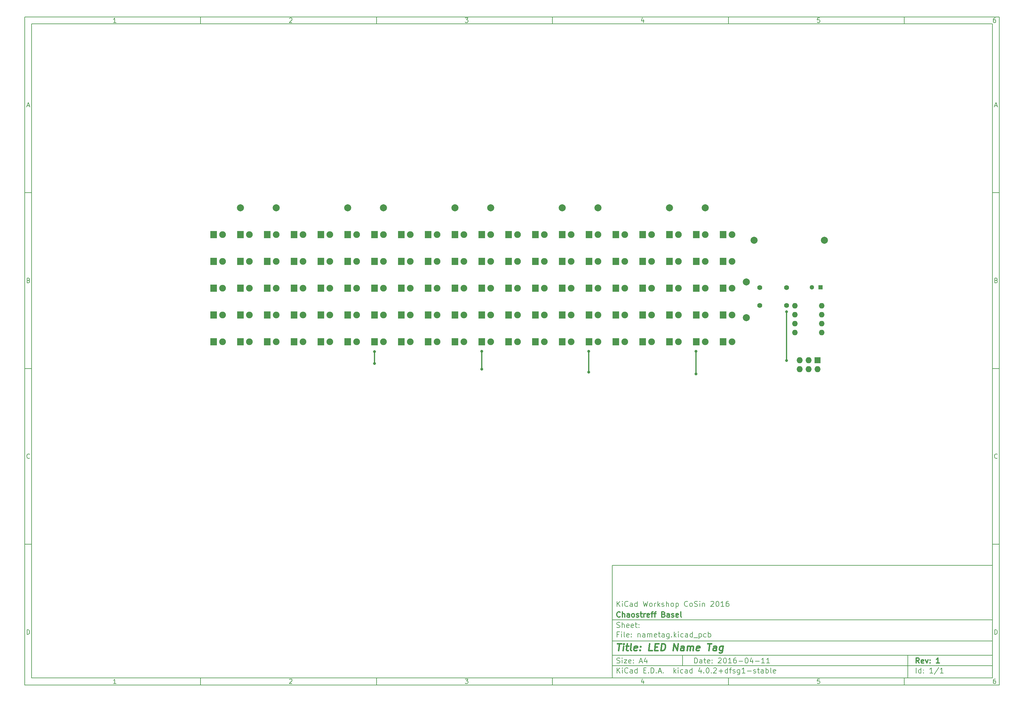
<source format=gbr>
G04 #@! TF.FileFunction,Copper,L1,Top,Signal*
%FSLAX46Y46*%
G04 Gerber Fmt 4.6, Leading zero omitted, Abs format (unit mm)*
G04 Created by KiCad (PCBNEW 4.0.2+dfsg1-stable) date Fri 10 Jun 2016 09:08:50 CEST*
%MOMM*%
G01*
G04 APERTURE LIST*
%ADD10C,0.100000*%
%ADD11C,0.150000*%
%ADD12C,0.300000*%
%ADD13C,0.400000*%
%ADD14R,1.900000X2.000000*%
%ADD15C,1.900000*%
%ADD16C,2.000000*%
%ADD17R,1.300000X1.300000*%
%ADD18C,1.300000*%
%ADD19R,1.727200X1.727200*%
%ADD20O,1.727200X1.727200*%
%ADD21C,1.998980*%
%ADD22O,1.600000X1.600000*%
%ADD23C,1.397000*%
%ADD24C,0.800000*%
G04 APERTURE END LIST*
D10*
D11*
X177002200Y-166007200D02*
X177002200Y-198007200D01*
X285002200Y-198007200D01*
X285002200Y-166007200D01*
X177002200Y-166007200D01*
D10*
D11*
X10000000Y-10000000D02*
X10000000Y-200007200D01*
X287002200Y-200007200D01*
X287002200Y-10000000D01*
X10000000Y-10000000D01*
D10*
D11*
X12000000Y-12000000D02*
X12000000Y-198007200D01*
X285002200Y-198007200D01*
X285002200Y-12000000D01*
X12000000Y-12000000D01*
D10*
D11*
X60000000Y-12000000D02*
X60000000Y-10000000D01*
D10*
D11*
X110000000Y-12000000D02*
X110000000Y-10000000D01*
D10*
D11*
X160000000Y-12000000D02*
X160000000Y-10000000D01*
D10*
D11*
X210000000Y-12000000D02*
X210000000Y-10000000D01*
D10*
D11*
X260000000Y-12000000D02*
X260000000Y-10000000D01*
D10*
D11*
X35990476Y-11588095D02*
X35247619Y-11588095D01*
X35619048Y-11588095D02*
X35619048Y-10288095D01*
X35495238Y-10473810D01*
X35371429Y-10597619D01*
X35247619Y-10659524D01*
D10*
D11*
X85247619Y-10411905D02*
X85309524Y-10350000D01*
X85433333Y-10288095D01*
X85742857Y-10288095D01*
X85866667Y-10350000D01*
X85928571Y-10411905D01*
X85990476Y-10535714D01*
X85990476Y-10659524D01*
X85928571Y-10845238D01*
X85185714Y-11588095D01*
X85990476Y-11588095D01*
D10*
D11*
X135185714Y-10288095D02*
X135990476Y-10288095D01*
X135557143Y-10783333D01*
X135742857Y-10783333D01*
X135866667Y-10845238D01*
X135928571Y-10907143D01*
X135990476Y-11030952D01*
X135990476Y-11340476D01*
X135928571Y-11464286D01*
X135866667Y-11526190D01*
X135742857Y-11588095D01*
X135371429Y-11588095D01*
X135247619Y-11526190D01*
X135185714Y-11464286D01*
D10*
D11*
X185866667Y-10721429D02*
X185866667Y-11588095D01*
X185557143Y-10226190D02*
X185247619Y-11154762D01*
X186052381Y-11154762D01*
D10*
D11*
X235928571Y-10288095D02*
X235309524Y-10288095D01*
X235247619Y-10907143D01*
X235309524Y-10845238D01*
X235433333Y-10783333D01*
X235742857Y-10783333D01*
X235866667Y-10845238D01*
X235928571Y-10907143D01*
X235990476Y-11030952D01*
X235990476Y-11340476D01*
X235928571Y-11464286D01*
X235866667Y-11526190D01*
X235742857Y-11588095D01*
X235433333Y-11588095D01*
X235309524Y-11526190D01*
X235247619Y-11464286D01*
D10*
D11*
X285866667Y-10288095D02*
X285619048Y-10288095D01*
X285495238Y-10350000D01*
X285433333Y-10411905D01*
X285309524Y-10597619D01*
X285247619Y-10845238D01*
X285247619Y-11340476D01*
X285309524Y-11464286D01*
X285371429Y-11526190D01*
X285495238Y-11588095D01*
X285742857Y-11588095D01*
X285866667Y-11526190D01*
X285928571Y-11464286D01*
X285990476Y-11340476D01*
X285990476Y-11030952D01*
X285928571Y-10907143D01*
X285866667Y-10845238D01*
X285742857Y-10783333D01*
X285495238Y-10783333D01*
X285371429Y-10845238D01*
X285309524Y-10907143D01*
X285247619Y-11030952D01*
D10*
D11*
X60000000Y-198007200D02*
X60000000Y-200007200D01*
D10*
D11*
X110000000Y-198007200D02*
X110000000Y-200007200D01*
D10*
D11*
X160000000Y-198007200D02*
X160000000Y-200007200D01*
D10*
D11*
X210000000Y-198007200D02*
X210000000Y-200007200D01*
D10*
D11*
X260000000Y-198007200D02*
X260000000Y-200007200D01*
D10*
D11*
X35990476Y-199595295D02*
X35247619Y-199595295D01*
X35619048Y-199595295D02*
X35619048Y-198295295D01*
X35495238Y-198481010D01*
X35371429Y-198604819D01*
X35247619Y-198666724D01*
D10*
D11*
X85247619Y-198419105D02*
X85309524Y-198357200D01*
X85433333Y-198295295D01*
X85742857Y-198295295D01*
X85866667Y-198357200D01*
X85928571Y-198419105D01*
X85990476Y-198542914D01*
X85990476Y-198666724D01*
X85928571Y-198852438D01*
X85185714Y-199595295D01*
X85990476Y-199595295D01*
D10*
D11*
X135185714Y-198295295D02*
X135990476Y-198295295D01*
X135557143Y-198790533D01*
X135742857Y-198790533D01*
X135866667Y-198852438D01*
X135928571Y-198914343D01*
X135990476Y-199038152D01*
X135990476Y-199347676D01*
X135928571Y-199471486D01*
X135866667Y-199533390D01*
X135742857Y-199595295D01*
X135371429Y-199595295D01*
X135247619Y-199533390D01*
X135185714Y-199471486D01*
D10*
D11*
X185866667Y-198728629D02*
X185866667Y-199595295D01*
X185557143Y-198233390D02*
X185247619Y-199161962D01*
X186052381Y-199161962D01*
D10*
D11*
X235928571Y-198295295D02*
X235309524Y-198295295D01*
X235247619Y-198914343D01*
X235309524Y-198852438D01*
X235433333Y-198790533D01*
X235742857Y-198790533D01*
X235866667Y-198852438D01*
X235928571Y-198914343D01*
X235990476Y-199038152D01*
X235990476Y-199347676D01*
X235928571Y-199471486D01*
X235866667Y-199533390D01*
X235742857Y-199595295D01*
X235433333Y-199595295D01*
X235309524Y-199533390D01*
X235247619Y-199471486D01*
D10*
D11*
X285866667Y-198295295D02*
X285619048Y-198295295D01*
X285495238Y-198357200D01*
X285433333Y-198419105D01*
X285309524Y-198604819D01*
X285247619Y-198852438D01*
X285247619Y-199347676D01*
X285309524Y-199471486D01*
X285371429Y-199533390D01*
X285495238Y-199595295D01*
X285742857Y-199595295D01*
X285866667Y-199533390D01*
X285928571Y-199471486D01*
X285990476Y-199347676D01*
X285990476Y-199038152D01*
X285928571Y-198914343D01*
X285866667Y-198852438D01*
X285742857Y-198790533D01*
X285495238Y-198790533D01*
X285371429Y-198852438D01*
X285309524Y-198914343D01*
X285247619Y-199038152D01*
D10*
D11*
X10000000Y-60000000D02*
X12000000Y-60000000D01*
D10*
D11*
X10000000Y-110000000D02*
X12000000Y-110000000D01*
D10*
D11*
X10000000Y-160000000D02*
X12000000Y-160000000D01*
D10*
D11*
X10690476Y-35216667D02*
X11309524Y-35216667D01*
X10566667Y-35588095D02*
X11000000Y-34288095D01*
X11433333Y-35588095D01*
D10*
D11*
X11092857Y-84907143D02*
X11278571Y-84969048D01*
X11340476Y-85030952D01*
X11402381Y-85154762D01*
X11402381Y-85340476D01*
X11340476Y-85464286D01*
X11278571Y-85526190D01*
X11154762Y-85588095D01*
X10659524Y-85588095D01*
X10659524Y-84288095D01*
X11092857Y-84288095D01*
X11216667Y-84350000D01*
X11278571Y-84411905D01*
X11340476Y-84535714D01*
X11340476Y-84659524D01*
X11278571Y-84783333D01*
X11216667Y-84845238D01*
X11092857Y-84907143D01*
X10659524Y-84907143D01*
D10*
D11*
X11402381Y-135464286D02*
X11340476Y-135526190D01*
X11154762Y-135588095D01*
X11030952Y-135588095D01*
X10845238Y-135526190D01*
X10721429Y-135402381D01*
X10659524Y-135278571D01*
X10597619Y-135030952D01*
X10597619Y-134845238D01*
X10659524Y-134597619D01*
X10721429Y-134473810D01*
X10845238Y-134350000D01*
X11030952Y-134288095D01*
X11154762Y-134288095D01*
X11340476Y-134350000D01*
X11402381Y-134411905D01*
D10*
D11*
X10659524Y-185588095D02*
X10659524Y-184288095D01*
X10969048Y-184288095D01*
X11154762Y-184350000D01*
X11278571Y-184473810D01*
X11340476Y-184597619D01*
X11402381Y-184845238D01*
X11402381Y-185030952D01*
X11340476Y-185278571D01*
X11278571Y-185402381D01*
X11154762Y-185526190D01*
X10969048Y-185588095D01*
X10659524Y-185588095D01*
D10*
D11*
X287002200Y-60000000D02*
X285002200Y-60000000D01*
D10*
D11*
X287002200Y-110000000D02*
X285002200Y-110000000D01*
D10*
D11*
X287002200Y-160000000D02*
X285002200Y-160000000D01*
D10*
D11*
X285692676Y-35216667D02*
X286311724Y-35216667D01*
X285568867Y-35588095D02*
X286002200Y-34288095D01*
X286435533Y-35588095D01*
D10*
D11*
X286095057Y-84907143D02*
X286280771Y-84969048D01*
X286342676Y-85030952D01*
X286404581Y-85154762D01*
X286404581Y-85340476D01*
X286342676Y-85464286D01*
X286280771Y-85526190D01*
X286156962Y-85588095D01*
X285661724Y-85588095D01*
X285661724Y-84288095D01*
X286095057Y-84288095D01*
X286218867Y-84350000D01*
X286280771Y-84411905D01*
X286342676Y-84535714D01*
X286342676Y-84659524D01*
X286280771Y-84783333D01*
X286218867Y-84845238D01*
X286095057Y-84907143D01*
X285661724Y-84907143D01*
D10*
D11*
X286404581Y-135464286D02*
X286342676Y-135526190D01*
X286156962Y-135588095D01*
X286033152Y-135588095D01*
X285847438Y-135526190D01*
X285723629Y-135402381D01*
X285661724Y-135278571D01*
X285599819Y-135030952D01*
X285599819Y-134845238D01*
X285661724Y-134597619D01*
X285723629Y-134473810D01*
X285847438Y-134350000D01*
X286033152Y-134288095D01*
X286156962Y-134288095D01*
X286342676Y-134350000D01*
X286404581Y-134411905D01*
D10*
D11*
X285661724Y-185588095D02*
X285661724Y-184288095D01*
X285971248Y-184288095D01*
X286156962Y-184350000D01*
X286280771Y-184473810D01*
X286342676Y-184597619D01*
X286404581Y-184845238D01*
X286404581Y-185030952D01*
X286342676Y-185278571D01*
X286280771Y-185402381D01*
X286156962Y-185526190D01*
X285971248Y-185588095D01*
X285661724Y-185588095D01*
D10*
D11*
X200359343Y-193785771D02*
X200359343Y-192285771D01*
X200716486Y-192285771D01*
X200930771Y-192357200D01*
X201073629Y-192500057D01*
X201145057Y-192642914D01*
X201216486Y-192928629D01*
X201216486Y-193142914D01*
X201145057Y-193428629D01*
X201073629Y-193571486D01*
X200930771Y-193714343D01*
X200716486Y-193785771D01*
X200359343Y-193785771D01*
X202502200Y-193785771D02*
X202502200Y-193000057D01*
X202430771Y-192857200D01*
X202287914Y-192785771D01*
X202002200Y-192785771D01*
X201859343Y-192857200D01*
X202502200Y-193714343D02*
X202359343Y-193785771D01*
X202002200Y-193785771D01*
X201859343Y-193714343D01*
X201787914Y-193571486D01*
X201787914Y-193428629D01*
X201859343Y-193285771D01*
X202002200Y-193214343D01*
X202359343Y-193214343D01*
X202502200Y-193142914D01*
X203002200Y-192785771D02*
X203573629Y-192785771D01*
X203216486Y-192285771D02*
X203216486Y-193571486D01*
X203287914Y-193714343D01*
X203430772Y-193785771D01*
X203573629Y-193785771D01*
X204645057Y-193714343D02*
X204502200Y-193785771D01*
X204216486Y-193785771D01*
X204073629Y-193714343D01*
X204002200Y-193571486D01*
X204002200Y-193000057D01*
X204073629Y-192857200D01*
X204216486Y-192785771D01*
X204502200Y-192785771D01*
X204645057Y-192857200D01*
X204716486Y-193000057D01*
X204716486Y-193142914D01*
X204002200Y-193285771D01*
X205359343Y-193642914D02*
X205430771Y-193714343D01*
X205359343Y-193785771D01*
X205287914Y-193714343D01*
X205359343Y-193642914D01*
X205359343Y-193785771D01*
X205359343Y-192857200D02*
X205430771Y-192928629D01*
X205359343Y-193000057D01*
X205287914Y-192928629D01*
X205359343Y-192857200D01*
X205359343Y-193000057D01*
X207145057Y-192428629D02*
X207216486Y-192357200D01*
X207359343Y-192285771D01*
X207716486Y-192285771D01*
X207859343Y-192357200D01*
X207930772Y-192428629D01*
X208002200Y-192571486D01*
X208002200Y-192714343D01*
X207930772Y-192928629D01*
X207073629Y-193785771D01*
X208002200Y-193785771D01*
X208930771Y-192285771D02*
X209073628Y-192285771D01*
X209216485Y-192357200D01*
X209287914Y-192428629D01*
X209359343Y-192571486D01*
X209430771Y-192857200D01*
X209430771Y-193214343D01*
X209359343Y-193500057D01*
X209287914Y-193642914D01*
X209216485Y-193714343D01*
X209073628Y-193785771D01*
X208930771Y-193785771D01*
X208787914Y-193714343D01*
X208716485Y-193642914D01*
X208645057Y-193500057D01*
X208573628Y-193214343D01*
X208573628Y-192857200D01*
X208645057Y-192571486D01*
X208716485Y-192428629D01*
X208787914Y-192357200D01*
X208930771Y-192285771D01*
X210859342Y-193785771D02*
X210002199Y-193785771D01*
X210430771Y-193785771D02*
X210430771Y-192285771D01*
X210287914Y-192500057D01*
X210145056Y-192642914D01*
X210002199Y-192714343D01*
X212145056Y-192285771D02*
X211859342Y-192285771D01*
X211716485Y-192357200D01*
X211645056Y-192428629D01*
X211502199Y-192642914D01*
X211430770Y-192928629D01*
X211430770Y-193500057D01*
X211502199Y-193642914D01*
X211573627Y-193714343D01*
X211716485Y-193785771D01*
X212002199Y-193785771D01*
X212145056Y-193714343D01*
X212216485Y-193642914D01*
X212287913Y-193500057D01*
X212287913Y-193142914D01*
X212216485Y-193000057D01*
X212145056Y-192928629D01*
X212002199Y-192857200D01*
X211716485Y-192857200D01*
X211573627Y-192928629D01*
X211502199Y-193000057D01*
X211430770Y-193142914D01*
X212930770Y-193214343D02*
X214073627Y-193214343D01*
X215073627Y-192285771D02*
X215216484Y-192285771D01*
X215359341Y-192357200D01*
X215430770Y-192428629D01*
X215502199Y-192571486D01*
X215573627Y-192857200D01*
X215573627Y-193214343D01*
X215502199Y-193500057D01*
X215430770Y-193642914D01*
X215359341Y-193714343D01*
X215216484Y-193785771D01*
X215073627Y-193785771D01*
X214930770Y-193714343D01*
X214859341Y-193642914D01*
X214787913Y-193500057D01*
X214716484Y-193214343D01*
X214716484Y-192857200D01*
X214787913Y-192571486D01*
X214859341Y-192428629D01*
X214930770Y-192357200D01*
X215073627Y-192285771D01*
X216859341Y-192785771D02*
X216859341Y-193785771D01*
X216502198Y-192214343D02*
X216145055Y-193285771D01*
X217073627Y-193285771D01*
X217645055Y-193214343D02*
X218787912Y-193214343D01*
X220287912Y-193785771D02*
X219430769Y-193785771D01*
X219859341Y-193785771D02*
X219859341Y-192285771D01*
X219716484Y-192500057D01*
X219573626Y-192642914D01*
X219430769Y-192714343D01*
X221716483Y-193785771D02*
X220859340Y-193785771D01*
X221287912Y-193785771D02*
X221287912Y-192285771D01*
X221145055Y-192500057D01*
X221002197Y-192642914D01*
X220859340Y-192714343D01*
D10*
D11*
X177002200Y-194507200D02*
X285002200Y-194507200D01*
D10*
D11*
X178359343Y-196585771D02*
X178359343Y-195085771D01*
X179216486Y-196585771D02*
X178573629Y-195728629D01*
X179216486Y-195085771D02*
X178359343Y-195942914D01*
X179859343Y-196585771D02*
X179859343Y-195585771D01*
X179859343Y-195085771D02*
X179787914Y-195157200D01*
X179859343Y-195228629D01*
X179930771Y-195157200D01*
X179859343Y-195085771D01*
X179859343Y-195228629D01*
X181430772Y-196442914D02*
X181359343Y-196514343D01*
X181145057Y-196585771D01*
X181002200Y-196585771D01*
X180787915Y-196514343D01*
X180645057Y-196371486D01*
X180573629Y-196228629D01*
X180502200Y-195942914D01*
X180502200Y-195728629D01*
X180573629Y-195442914D01*
X180645057Y-195300057D01*
X180787915Y-195157200D01*
X181002200Y-195085771D01*
X181145057Y-195085771D01*
X181359343Y-195157200D01*
X181430772Y-195228629D01*
X182716486Y-196585771D02*
X182716486Y-195800057D01*
X182645057Y-195657200D01*
X182502200Y-195585771D01*
X182216486Y-195585771D01*
X182073629Y-195657200D01*
X182716486Y-196514343D02*
X182573629Y-196585771D01*
X182216486Y-196585771D01*
X182073629Y-196514343D01*
X182002200Y-196371486D01*
X182002200Y-196228629D01*
X182073629Y-196085771D01*
X182216486Y-196014343D01*
X182573629Y-196014343D01*
X182716486Y-195942914D01*
X184073629Y-196585771D02*
X184073629Y-195085771D01*
X184073629Y-196514343D02*
X183930772Y-196585771D01*
X183645058Y-196585771D01*
X183502200Y-196514343D01*
X183430772Y-196442914D01*
X183359343Y-196300057D01*
X183359343Y-195871486D01*
X183430772Y-195728629D01*
X183502200Y-195657200D01*
X183645058Y-195585771D01*
X183930772Y-195585771D01*
X184073629Y-195657200D01*
X185930772Y-195800057D02*
X186430772Y-195800057D01*
X186645058Y-196585771D02*
X185930772Y-196585771D01*
X185930772Y-195085771D01*
X186645058Y-195085771D01*
X187287915Y-196442914D02*
X187359343Y-196514343D01*
X187287915Y-196585771D01*
X187216486Y-196514343D01*
X187287915Y-196442914D01*
X187287915Y-196585771D01*
X188002201Y-196585771D02*
X188002201Y-195085771D01*
X188359344Y-195085771D01*
X188573629Y-195157200D01*
X188716487Y-195300057D01*
X188787915Y-195442914D01*
X188859344Y-195728629D01*
X188859344Y-195942914D01*
X188787915Y-196228629D01*
X188716487Y-196371486D01*
X188573629Y-196514343D01*
X188359344Y-196585771D01*
X188002201Y-196585771D01*
X189502201Y-196442914D02*
X189573629Y-196514343D01*
X189502201Y-196585771D01*
X189430772Y-196514343D01*
X189502201Y-196442914D01*
X189502201Y-196585771D01*
X190145058Y-196157200D02*
X190859344Y-196157200D01*
X190002201Y-196585771D02*
X190502201Y-195085771D01*
X191002201Y-196585771D01*
X191502201Y-196442914D02*
X191573629Y-196514343D01*
X191502201Y-196585771D01*
X191430772Y-196514343D01*
X191502201Y-196442914D01*
X191502201Y-196585771D01*
X194502201Y-196585771D02*
X194502201Y-195085771D01*
X194645058Y-196014343D02*
X195073629Y-196585771D01*
X195073629Y-195585771D02*
X194502201Y-196157200D01*
X195716487Y-196585771D02*
X195716487Y-195585771D01*
X195716487Y-195085771D02*
X195645058Y-195157200D01*
X195716487Y-195228629D01*
X195787915Y-195157200D01*
X195716487Y-195085771D01*
X195716487Y-195228629D01*
X197073630Y-196514343D02*
X196930773Y-196585771D01*
X196645059Y-196585771D01*
X196502201Y-196514343D01*
X196430773Y-196442914D01*
X196359344Y-196300057D01*
X196359344Y-195871486D01*
X196430773Y-195728629D01*
X196502201Y-195657200D01*
X196645059Y-195585771D01*
X196930773Y-195585771D01*
X197073630Y-195657200D01*
X198359344Y-196585771D02*
X198359344Y-195800057D01*
X198287915Y-195657200D01*
X198145058Y-195585771D01*
X197859344Y-195585771D01*
X197716487Y-195657200D01*
X198359344Y-196514343D02*
X198216487Y-196585771D01*
X197859344Y-196585771D01*
X197716487Y-196514343D01*
X197645058Y-196371486D01*
X197645058Y-196228629D01*
X197716487Y-196085771D01*
X197859344Y-196014343D01*
X198216487Y-196014343D01*
X198359344Y-195942914D01*
X199716487Y-196585771D02*
X199716487Y-195085771D01*
X199716487Y-196514343D02*
X199573630Y-196585771D01*
X199287916Y-196585771D01*
X199145058Y-196514343D01*
X199073630Y-196442914D01*
X199002201Y-196300057D01*
X199002201Y-195871486D01*
X199073630Y-195728629D01*
X199145058Y-195657200D01*
X199287916Y-195585771D01*
X199573630Y-195585771D01*
X199716487Y-195657200D01*
X202216487Y-195585771D02*
X202216487Y-196585771D01*
X201859344Y-195014343D02*
X201502201Y-196085771D01*
X202430773Y-196085771D01*
X203002201Y-196442914D02*
X203073629Y-196514343D01*
X203002201Y-196585771D01*
X202930772Y-196514343D01*
X203002201Y-196442914D01*
X203002201Y-196585771D01*
X204002201Y-195085771D02*
X204145058Y-195085771D01*
X204287915Y-195157200D01*
X204359344Y-195228629D01*
X204430773Y-195371486D01*
X204502201Y-195657200D01*
X204502201Y-196014343D01*
X204430773Y-196300057D01*
X204359344Y-196442914D01*
X204287915Y-196514343D01*
X204145058Y-196585771D01*
X204002201Y-196585771D01*
X203859344Y-196514343D01*
X203787915Y-196442914D01*
X203716487Y-196300057D01*
X203645058Y-196014343D01*
X203645058Y-195657200D01*
X203716487Y-195371486D01*
X203787915Y-195228629D01*
X203859344Y-195157200D01*
X204002201Y-195085771D01*
X205145058Y-196442914D02*
X205216486Y-196514343D01*
X205145058Y-196585771D01*
X205073629Y-196514343D01*
X205145058Y-196442914D01*
X205145058Y-196585771D01*
X205787915Y-195228629D02*
X205859344Y-195157200D01*
X206002201Y-195085771D01*
X206359344Y-195085771D01*
X206502201Y-195157200D01*
X206573630Y-195228629D01*
X206645058Y-195371486D01*
X206645058Y-195514343D01*
X206573630Y-195728629D01*
X205716487Y-196585771D01*
X206645058Y-196585771D01*
X207287915Y-196014343D02*
X208430772Y-196014343D01*
X207859343Y-196585771D02*
X207859343Y-195442914D01*
X209787915Y-196585771D02*
X209787915Y-195085771D01*
X209787915Y-196514343D02*
X209645058Y-196585771D01*
X209359344Y-196585771D01*
X209216486Y-196514343D01*
X209145058Y-196442914D01*
X209073629Y-196300057D01*
X209073629Y-195871486D01*
X209145058Y-195728629D01*
X209216486Y-195657200D01*
X209359344Y-195585771D01*
X209645058Y-195585771D01*
X209787915Y-195657200D01*
X210287915Y-195585771D02*
X210859344Y-195585771D01*
X210502201Y-196585771D02*
X210502201Y-195300057D01*
X210573629Y-195157200D01*
X210716487Y-195085771D01*
X210859344Y-195085771D01*
X211287915Y-196514343D02*
X211430772Y-196585771D01*
X211716487Y-196585771D01*
X211859344Y-196514343D01*
X211930772Y-196371486D01*
X211930772Y-196300057D01*
X211859344Y-196157200D01*
X211716487Y-196085771D01*
X211502201Y-196085771D01*
X211359344Y-196014343D01*
X211287915Y-195871486D01*
X211287915Y-195800057D01*
X211359344Y-195657200D01*
X211502201Y-195585771D01*
X211716487Y-195585771D01*
X211859344Y-195657200D01*
X213216487Y-195585771D02*
X213216487Y-196800057D01*
X213145058Y-196942914D01*
X213073630Y-197014343D01*
X212930773Y-197085771D01*
X212716487Y-197085771D01*
X212573630Y-197014343D01*
X213216487Y-196514343D02*
X213073630Y-196585771D01*
X212787916Y-196585771D01*
X212645058Y-196514343D01*
X212573630Y-196442914D01*
X212502201Y-196300057D01*
X212502201Y-195871486D01*
X212573630Y-195728629D01*
X212645058Y-195657200D01*
X212787916Y-195585771D01*
X213073630Y-195585771D01*
X213216487Y-195657200D01*
X214716487Y-196585771D02*
X213859344Y-196585771D01*
X214287916Y-196585771D02*
X214287916Y-195085771D01*
X214145059Y-195300057D01*
X214002201Y-195442914D01*
X213859344Y-195514343D01*
X215359344Y-196014343D02*
X216502201Y-196014343D01*
X217145058Y-196514343D02*
X217287915Y-196585771D01*
X217573630Y-196585771D01*
X217716487Y-196514343D01*
X217787915Y-196371486D01*
X217787915Y-196300057D01*
X217716487Y-196157200D01*
X217573630Y-196085771D01*
X217359344Y-196085771D01*
X217216487Y-196014343D01*
X217145058Y-195871486D01*
X217145058Y-195800057D01*
X217216487Y-195657200D01*
X217359344Y-195585771D01*
X217573630Y-195585771D01*
X217716487Y-195657200D01*
X218216487Y-195585771D02*
X218787916Y-195585771D01*
X218430773Y-195085771D02*
X218430773Y-196371486D01*
X218502201Y-196514343D01*
X218645059Y-196585771D01*
X218787916Y-196585771D01*
X219930773Y-196585771D02*
X219930773Y-195800057D01*
X219859344Y-195657200D01*
X219716487Y-195585771D01*
X219430773Y-195585771D01*
X219287916Y-195657200D01*
X219930773Y-196514343D02*
X219787916Y-196585771D01*
X219430773Y-196585771D01*
X219287916Y-196514343D01*
X219216487Y-196371486D01*
X219216487Y-196228629D01*
X219287916Y-196085771D01*
X219430773Y-196014343D01*
X219787916Y-196014343D01*
X219930773Y-195942914D01*
X220645059Y-196585771D02*
X220645059Y-195085771D01*
X220645059Y-195657200D02*
X220787916Y-195585771D01*
X221073630Y-195585771D01*
X221216487Y-195657200D01*
X221287916Y-195728629D01*
X221359345Y-195871486D01*
X221359345Y-196300057D01*
X221287916Y-196442914D01*
X221216487Y-196514343D01*
X221073630Y-196585771D01*
X220787916Y-196585771D01*
X220645059Y-196514343D01*
X222216488Y-196585771D02*
X222073630Y-196514343D01*
X222002202Y-196371486D01*
X222002202Y-195085771D01*
X223359344Y-196514343D02*
X223216487Y-196585771D01*
X222930773Y-196585771D01*
X222787916Y-196514343D01*
X222716487Y-196371486D01*
X222716487Y-195800057D01*
X222787916Y-195657200D01*
X222930773Y-195585771D01*
X223216487Y-195585771D01*
X223359344Y-195657200D01*
X223430773Y-195800057D01*
X223430773Y-195942914D01*
X222716487Y-196085771D01*
D10*
D11*
X177002200Y-191507200D02*
X285002200Y-191507200D01*
D10*
D12*
X264216486Y-193785771D02*
X263716486Y-193071486D01*
X263359343Y-193785771D02*
X263359343Y-192285771D01*
X263930771Y-192285771D01*
X264073629Y-192357200D01*
X264145057Y-192428629D01*
X264216486Y-192571486D01*
X264216486Y-192785771D01*
X264145057Y-192928629D01*
X264073629Y-193000057D01*
X263930771Y-193071486D01*
X263359343Y-193071486D01*
X265430771Y-193714343D02*
X265287914Y-193785771D01*
X265002200Y-193785771D01*
X264859343Y-193714343D01*
X264787914Y-193571486D01*
X264787914Y-193000057D01*
X264859343Y-192857200D01*
X265002200Y-192785771D01*
X265287914Y-192785771D01*
X265430771Y-192857200D01*
X265502200Y-193000057D01*
X265502200Y-193142914D01*
X264787914Y-193285771D01*
X266002200Y-192785771D02*
X266359343Y-193785771D01*
X266716485Y-192785771D01*
X267287914Y-193642914D02*
X267359342Y-193714343D01*
X267287914Y-193785771D01*
X267216485Y-193714343D01*
X267287914Y-193642914D01*
X267287914Y-193785771D01*
X267287914Y-192857200D02*
X267359342Y-192928629D01*
X267287914Y-193000057D01*
X267216485Y-192928629D01*
X267287914Y-192857200D01*
X267287914Y-193000057D01*
X269930771Y-193785771D02*
X269073628Y-193785771D01*
X269502200Y-193785771D02*
X269502200Y-192285771D01*
X269359343Y-192500057D01*
X269216485Y-192642914D01*
X269073628Y-192714343D01*
D10*
D11*
X178287914Y-193714343D02*
X178502200Y-193785771D01*
X178859343Y-193785771D01*
X179002200Y-193714343D01*
X179073629Y-193642914D01*
X179145057Y-193500057D01*
X179145057Y-193357200D01*
X179073629Y-193214343D01*
X179002200Y-193142914D01*
X178859343Y-193071486D01*
X178573629Y-193000057D01*
X178430771Y-192928629D01*
X178359343Y-192857200D01*
X178287914Y-192714343D01*
X178287914Y-192571486D01*
X178359343Y-192428629D01*
X178430771Y-192357200D01*
X178573629Y-192285771D01*
X178930771Y-192285771D01*
X179145057Y-192357200D01*
X179787914Y-193785771D02*
X179787914Y-192785771D01*
X179787914Y-192285771D02*
X179716485Y-192357200D01*
X179787914Y-192428629D01*
X179859342Y-192357200D01*
X179787914Y-192285771D01*
X179787914Y-192428629D01*
X180359343Y-192785771D02*
X181145057Y-192785771D01*
X180359343Y-193785771D01*
X181145057Y-193785771D01*
X182287914Y-193714343D02*
X182145057Y-193785771D01*
X181859343Y-193785771D01*
X181716486Y-193714343D01*
X181645057Y-193571486D01*
X181645057Y-193000057D01*
X181716486Y-192857200D01*
X181859343Y-192785771D01*
X182145057Y-192785771D01*
X182287914Y-192857200D01*
X182359343Y-193000057D01*
X182359343Y-193142914D01*
X181645057Y-193285771D01*
X183002200Y-193642914D02*
X183073628Y-193714343D01*
X183002200Y-193785771D01*
X182930771Y-193714343D01*
X183002200Y-193642914D01*
X183002200Y-193785771D01*
X183002200Y-192857200D02*
X183073628Y-192928629D01*
X183002200Y-193000057D01*
X182930771Y-192928629D01*
X183002200Y-192857200D01*
X183002200Y-193000057D01*
X184787914Y-193357200D02*
X185502200Y-193357200D01*
X184645057Y-193785771D02*
X185145057Y-192285771D01*
X185645057Y-193785771D01*
X186787914Y-192785771D02*
X186787914Y-193785771D01*
X186430771Y-192214343D02*
X186073628Y-193285771D01*
X187002200Y-193285771D01*
D10*
D11*
X263359343Y-196585771D02*
X263359343Y-195085771D01*
X264716486Y-196585771D02*
X264716486Y-195085771D01*
X264716486Y-196514343D02*
X264573629Y-196585771D01*
X264287915Y-196585771D01*
X264145057Y-196514343D01*
X264073629Y-196442914D01*
X264002200Y-196300057D01*
X264002200Y-195871486D01*
X264073629Y-195728629D01*
X264145057Y-195657200D01*
X264287915Y-195585771D01*
X264573629Y-195585771D01*
X264716486Y-195657200D01*
X265430772Y-196442914D02*
X265502200Y-196514343D01*
X265430772Y-196585771D01*
X265359343Y-196514343D01*
X265430772Y-196442914D01*
X265430772Y-196585771D01*
X265430772Y-195657200D02*
X265502200Y-195728629D01*
X265430772Y-195800057D01*
X265359343Y-195728629D01*
X265430772Y-195657200D01*
X265430772Y-195800057D01*
X268073629Y-196585771D02*
X267216486Y-196585771D01*
X267645058Y-196585771D02*
X267645058Y-195085771D01*
X267502201Y-195300057D01*
X267359343Y-195442914D01*
X267216486Y-195514343D01*
X269787914Y-195014343D02*
X268502200Y-196942914D01*
X271073629Y-196585771D02*
X270216486Y-196585771D01*
X270645058Y-196585771D02*
X270645058Y-195085771D01*
X270502201Y-195300057D01*
X270359343Y-195442914D01*
X270216486Y-195514343D01*
D10*
D11*
X177002200Y-187507200D02*
X285002200Y-187507200D01*
D10*
D13*
X178454581Y-188211962D02*
X179597438Y-188211962D01*
X178776010Y-190211962D02*
X179026010Y-188211962D01*
X180014105Y-190211962D02*
X180180771Y-188878629D01*
X180264105Y-188211962D02*
X180156962Y-188307200D01*
X180240295Y-188402438D01*
X180347439Y-188307200D01*
X180264105Y-188211962D01*
X180240295Y-188402438D01*
X180847438Y-188878629D02*
X181609343Y-188878629D01*
X181216486Y-188211962D02*
X181002200Y-189926248D01*
X181073630Y-190116724D01*
X181252201Y-190211962D01*
X181442677Y-190211962D01*
X182395058Y-190211962D02*
X182216487Y-190116724D01*
X182145057Y-189926248D01*
X182359343Y-188211962D01*
X183930772Y-190116724D02*
X183728391Y-190211962D01*
X183347439Y-190211962D01*
X183168867Y-190116724D01*
X183097438Y-189926248D01*
X183192676Y-189164343D01*
X183311724Y-188973867D01*
X183514105Y-188878629D01*
X183895057Y-188878629D01*
X184073629Y-188973867D01*
X184145057Y-189164343D01*
X184121248Y-189354819D01*
X183145057Y-189545295D01*
X184895057Y-190021486D02*
X184978392Y-190116724D01*
X184871248Y-190211962D01*
X184787915Y-190116724D01*
X184895057Y-190021486D01*
X184871248Y-190211962D01*
X185026010Y-188973867D02*
X185109344Y-189069105D01*
X185002200Y-189164343D01*
X184918867Y-189069105D01*
X185026010Y-188973867D01*
X185002200Y-189164343D01*
X188299820Y-190211962D02*
X187347439Y-190211962D01*
X187597439Y-188211962D01*
X189097439Y-189164343D02*
X189764106Y-189164343D01*
X189918868Y-190211962D02*
X188966487Y-190211962D01*
X189216487Y-188211962D01*
X190168868Y-188211962D01*
X190776011Y-190211962D02*
X191026011Y-188211962D01*
X191502202Y-188211962D01*
X191776011Y-188307200D01*
X191942678Y-188497676D01*
X192014107Y-188688152D01*
X192061726Y-189069105D01*
X192026012Y-189354819D01*
X191883155Y-189735771D01*
X191764106Y-189926248D01*
X191549821Y-190116724D01*
X191252202Y-190211962D01*
X190776011Y-190211962D01*
X194299821Y-190211962D02*
X194549821Y-188211962D01*
X195442679Y-190211962D01*
X195692679Y-188211962D01*
X197252202Y-190211962D02*
X197383154Y-189164343D01*
X197311726Y-188973867D01*
X197133154Y-188878629D01*
X196752202Y-188878629D01*
X196549821Y-188973867D01*
X197264107Y-190116724D02*
X197061726Y-190211962D01*
X196585536Y-190211962D01*
X196406964Y-190116724D01*
X196335535Y-189926248D01*
X196359345Y-189735771D01*
X196478392Y-189545295D01*
X196680774Y-189450057D01*
X197156964Y-189450057D01*
X197359345Y-189354819D01*
X198204583Y-190211962D02*
X198371249Y-188878629D01*
X198347440Y-189069105D02*
X198454584Y-188973867D01*
X198656964Y-188878629D01*
X198942678Y-188878629D01*
X199121250Y-188973867D01*
X199192678Y-189164343D01*
X199061726Y-190211962D01*
X199192678Y-189164343D02*
X199311726Y-188973867D01*
X199514107Y-188878629D01*
X199799821Y-188878629D01*
X199978393Y-188973867D01*
X200049821Y-189164343D01*
X199918869Y-190211962D01*
X201645060Y-190116724D02*
X201442679Y-190211962D01*
X201061727Y-190211962D01*
X200883155Y-190116724D01*
X200811726Y-189926248D01*
X200906964Y-189164343D01*
X201026012Y-188973867D01*
X201228393Y-188878629D01*
X201609345Y-188878629D01*
X201787917Y-188973867D01*
X201859345Y-189164343D01*
X201835536Y-189354819D01*
X200859345Y-189545295D01*
X204073632Y-188211962D02*
X205216489Y-188211962D01*
X204395061Y-190211962D02*
X204645061Y-188211962D01*
X206490299Y-190211962D02*
X206621251Y-189164343D01*
X206549823Y-188973867D01*
X206371251Y-188878629D01*
X205990299Y-188878629D01*
X205787918Y-188973867D01*
X206502204Y-190116724D02*
X206299823Y-190211962D01*
X205823633Y-190211962D01*
X205645061Y-190116724D01*
X205573632Y-189926248D01*
X205597442Y-189735771D01*
X205716489Y-189545295D01*
X205918871Y-189450057D01*
X206395061Y-189450057D01*
X206597442Y-189354819D01*
X208466489Y-188878629D02*
X208264108Y-190497676D01*
X208145061Y-190688152D01*
X208037918Y-190783390D01*
X207835537Y-190878629D01*
X207549823Y-190878629D01*
X207371251Y-190783390D01*
X208311728Y-190116724D02*
X208109347Y-190211962D01*
X207728395Y-190211962D01*
X207549824Y-190116724D01*
X207466489Y-190021486D01*
X207395061Y-189831010D01*
X207466489Y-189259581D01*
X207585537Y-189069105D01*
X207692681Y-188973867D01*
X207895061Y-188878629D01*
X208276013Y-188878629D01*
X208454585Y-188973867D01*
D10*
D11*
X178859343Y-185600057D02*
X178359343Y-185600057D01*
X178359343Y-186385771D02*
X178359343Y-184885771D01*
X179073629Y-184885771D01*
X179645057Y-186385771D02*
X179645057Y-185385771D01*
X179645057Y-184885771D02*
X179573628Y-184957200D01*
X179645057Y-185028629D01*
X179716485Y-184957200D01*
X179645057Y-184885771D01*
X179645057Y-185028629D01*
X180573629Y-186385771D02*
X180430771Y-186314343D01*
X180359343Y-186171486D01*
X180359343Y-184885771D01*
X181716485Y-186314343D02*
X181573628Y-186385771D01*
X181287914Y-186385771D01*
X181145057Y-186314343D01*
X181073628Y-186171486D01*
X181073628Y-185600057D01*
X181145057Y-185457200D01*
X181287914Y-185385771D01*
X181573628Y-185385771D01*
X181716485Y-185457200D01*
X181787914Y-185600057D01*
X181787914Y-185742914D01*
X181073628Y-185885771D01*
X182430771Y-186242914D02*
X182502199Y-186314343D01*
X182430771Y-186385771D01*
X182359342Y-186314343D01*
X182430771Y-186242914D01*
X182430771Y-186385771D01*
X182430771Y-185457200D02*
X182502199Y-185528629D01*
X182430771Y-185600057D01*
X182359342Y-185528629D01*
X182430771Y-185457200D01*
X182430771Y-185600057D01*
X184287914Y-185385771D02*
X184287914Y-186385771D01*
X184287914Y-185528629D02*
X184359342Y-185457200D01*
X184502200Y-185385771D01*
X184716485Y-185385771D01*
X184859342Y-185457200D01*
X184930771Y-185600057D01*
X184930771Y-186385771D01*
X186287914Y-186385771D02*
X186287914Y-185600057D01*
X186216485Y-185457200D01*
X186073628Y-185385771D01*
X185787914Y-185385771D01*
X185645057Y-185457200D01*
X186287914Y-186314343D02*
X186145057Y-186385771D01*
X185787914Y-186385771D01*
X185645057Y-186314343D01*
X185573628Y-186171486D01*
X185573628Y-186028629D01*
X185645057Y-185885771D01*
X185787914Y-185814343D01*
X186145057Y-185814343D01*
X186287914Y-185742914D01*
X187002200Y-186385771D02*
X187002200Y-185385771D01*
X187002200Y-185528629D02*
X187073628Y-185457200D01*
X187216486Y-185385771D01*
X187430771Y-185385771D01*
X187573628Y-185457200D01*
X187645057Y-185600057D01*
X187645057Y-186385771D01*
X187645057Y-185600057D02*
X187716486Y-185457200D01*
X187859343Y-185385771D01*
X188073628Y-185385771D01*
X188216486Y-185457200D01*
X188287914Y-185600057D01*
X188287914Y-186385771D01*
X189573628Y-186314343D02*
X189430771Y-186385771D01*
X189145057Y-186385771D01*
X189002200Y-186314343D01*
X188930771Y-186171486D01*
X188930771Y-185600057D01*
X189002200Y-185457200D01*
X189145057Y-185385771D01*
X189430771Y-185385771D01*
X189573628Y-185457200D01*
X189645057Y-185600057D01*
X189645057Y-185742914D01*
X188930771Y-185885771D01*
X190073628Y-185385771D02*
X190645057Y-185385771D01*
X190287914Y-184885771D02*
X190287914Y-186171486D01*
X190359342Y-186314343D01*
X190502200Y-186385771D01*
X190645057Y-186385771D01*
X191787914Y-186385771D02*
X191787914Y-185600057D01*
X191716485Y-185457200D01*
X191573628Y-185385771D01*
X191287914Y-185385771D01*
X191145057Y-185457200D01*
X191787914Y-186314343D02*
X191645057Y-186385771D01*
X191287914Y-186385771D01*
X191145057Y-186314343D01*
X191073628Y-186171486D01*
X191073628Y-186028629D01*
X191145057Y-185885771D01*
X191287914Y-185814343D01*
X191645057Y-185814343D01*
X191787914Y-185742914D01*
X193145057Y-185385771D02*
X193145057Y-186600057D01*
X193073628Y-186742914D01*
X193002200Y-186814343D01*
X192859343Y-186885771D01*
X192645057Y-186885771D01*
X192502200Y-186814343D01*
X193145057Y-186314343D02*
X193002200Y-186385771D01*
X192716486Y-186385771D01*
X192573628Y-186314343D01*
X192502200Y-186242914D01*
X192430771Y-186100057D01*
X192430771Y-185671486D01*
X192502200Y-185528629D01*
X192573628Y-185457200D01*
X192716486Y-185385771D01*
X193002200Y-185385771D01*
X193145057Y-185457200D01*
X193859343Y-186242914D02*
X193930771Y-186314343D01*
X193859343Y-186385771D01*
X193787914Y-186314343D01*
X193859343Y-186242914D01*
X193859343Y-186385771D01*
X194573629Y-186385771D02*
X194573629Y-184885771D01*
X194716486Y-185814343D02*
X195145057Y-186385771D01*
X195145057Y-185385771D02*
X194573629Y-185957200D01*
X195787915Y-186385771D02*
X195787915Y-185385771D01*
X195787915Y-184885771D02*
X195716486Y-184957200D01*
X195787915Y-185028629D01*
X195859343Y-184957200D01*
X195787915Y-184885771D01*
X195787915Y-185028629D01*
X197145058Y-186314343D02*
X197002201Y-186385771D01*
X196716487Y-186385771D01*
X196573629Y-186314343D01*
X196502201Y-186242914D01*
X196430772Y-186100057D01*
X196430772Y-185671486D01*
X196502201Y-185528629D01*
X196573629Y-185457200D01*
X196716487Y-185385771D01*
X197002201Y-185385771D01*
X197145058Y-185457200D01*
X198430772Y-186385771D02*
X198430772Y-185600057D01*
X198359343Y-185457200D01*
X198216486Y-185385771D01*
X197930772Y-185385771D01*
X197787915Y-185457200D01*
X198430772Y-186314343D02*
X198287915Y-186385771D01*
X197930772Y-186385771D01*
X197787915Y-186314343D01*
X197716486Y-186171486D01*
X197716486Y-186028629D01*
X197787915Y-185885771D01*
X197930772Y-185814343D01*
X198287915Y-185814343D01*
X198430772Y-185742914D01*
X199787915Y-186385771D02*
X199787915Y-184885771D01*
X199787915Y-186314343D02*
X199645058Y-186385771D01*
X199359344Y-186385771D01*
X199216486Y-186314343D01*
X199145058Y-186242914D01*
X199073629Y-186100057D01*
X199073629Y-185671486D01*
X199145058Y-185528629D01*
X199216486Y-185457200D01*
X199359344Y-185385771D01*
X199645058Y-185385771D01*
X199787915Y-185457200D01*
X200145058Y-186528629D02*
X201287915Y-186528629D01*
X201645058Y-185385771D02*
X201645058Y-186885771D01*
X201645058Y-185457200D02*
X201787915Y-185385771D01*
X202073629Y-185385771D01*
X202216486Y-185457200D01*
X202287915Y-185528629D01*
X202359344Y-185671486D01*
X202359344Y-186100057D01*
X202287915Y-186242914D01*
X202216486Y-186314343D01*
X202073629Y-186385771D01*
X201787915Y-186385771D01*
X201645058Y-186314343D01*
X203645058Y-186314343D02*
X203502201Y-186385771D01*
X203216487Y-186385771D01*
X203073629Y-186314343D01*
X203002201Y-186242914D01*
X202930772Y-186100057D01*
X202930772Y-185671486D01*
X203002201Y-185528629D01*
X203073629Y-185457200D01*
X203216487Y-185385771D01*
X203502201Y-185385771D01*
X203645058Y-185457200D01*
X204287915Y-186385771D02*
X204287915Y-184885771D01*
X204287915Y-185457200D02*
X204430772Y-185385771D01*
X204716486Y-185385771D01*
X204859343Y-185457200D01*
X204930772Y-185528629D01*
X205002201Y-185671486D01*
X205002201Y-186100057D01*
X204930772Y-186242914D01*
X204859343Y-186314343D01*
X204716486Y-186385771D01*
X204430772Y-186385771D01*
X204287915Y-186314343D01*
D10*
D11*
X177002200Y-181507200D02*
X285002200Y-181507200D01*
D10*
D11*
X178287914Y-183614343D02*
X178502200Y-183685771D01*
X178859343Y-183685771D01*
X179002200Y-183614343D01*
X179073629Y-183542914D01*
X179145057Y-183400057D01*
X179145057Y-183257200D01*
X179073629Y-183114343D01*
X179002200Y-183042914D01*
X178859343Y-182971486D01*
X178573629Y-182900057D01*
X178430771Y-182828629D01*
X178359343Y-182757200D01*
X178287914Y-182614343D01*
X178287914Y-182471486D01*
X178359343Y-182328629D01*
X178430771Y-182257200D01*
X178573629Y-182185771D01*
X178930771Y-182185771D01*
X179145057Y-182257200D01*
X179787914Y-183685771D02*
X179787914Y-182185771D01*
X180430771Y-183685771D02*
X180430771Y-182900057D01*
X180359342Y-182757200D01*
X180216485Y-182685771D01*
X180002200Y-182685771D01*
X179859342Y-182757200D01*
X179787914Y-182828629D01*
X181716485Y-183614343D02*
X181573628Y-183685771D01*
X181287914Y-183685771D01*
X181145057Y-183614343D01*
X181073628Y-183471486D01*
X181073628Y-182900057D01*
X181145057Y-182757200D01*
X181287914Y-182685771D01*
X181573628Y-182685771D01*
X181716485Y-182757200D01*
X181787914Y-182900057D01*
X181787914Y-183042914D01*
X181073628Y-183185771D01*
X183002199Y-183614343D02*
X182859342Y-183685771D01*
X182573628Y-183685771D01*
X182430771Y-183614343D01*
X182359342Y-183471486D01*
X182359342Y-182900057D01*
X182430771Y-182757200D01*
X182573628Y-182685771D01*
X182859342Y-182685771D01*
X183002199Y-182757200D01*
X183073628Y-182900057D01*
X183073628Y-183042914D01*
X182359342Y-183185771D01*
X183502199Y-182685771D02*
X184073628Y-182685771D01*
X183716485Y-182185771D02*
X183716485Y-183471486D01*
X183787913Y-183614343D01*
X183930771Y-183685771D01*
X184073628Y-183685771D01*
X184573628Y-183542914D02*
X184645056Y-183614343D01*
X184573628Y-183685771D01*
X184502199Y-183614343D01*
X184573628Y-183542914D01*
X184573628Y-183685771D01*
X184573628Y-182757200D02*
X184645056Y-182828629D01*
X184573628Y-182900057D01*
X184502199Y-182828629D01*
X184573628Y-182757200D01*
X184573628Y-182900057D01*
D10*
D12*
X179216486Y-180542914D02*
X179145057Y-180614343D01*
X178930771Y-180685771D01*
X178787914Y-180685771D01*
X178573629Y-180614343D01*
X178430771Y-180471486D01*
X178359343Y-180328629D01*
X178287914Y-180042914D01*
X178287914Y-179828629D01*
X178359343Y-179542914D01*
X178430771Y-179400057D01*
X178573629Y-179257200D01*
X178787914Y-179185771D01*
X178930771Y-179185771D01*
X179145057Y-179257200D01*
X179216486Y-179328629D01*
X179859343Y-180685771D02*
X179859343Y-179185771D01*
X180502200Y-180685771D02*
X180502200Y-179900057D01*
X180430771Y-179757200D01*
X180287914Y-179685771D01*
X180073629Y-179685771D01*
X179930771Y-179757200D01*
X179859343Y-179828629D01*
X181859343Y-180685771D02*
X181859343Y-179900057D01*
X181787914Y-179757200D01*
X181645057Y-179685771D01*
X181359343Y-179685771D01*
X181216486Y-179757200D01*
X181859343Y-180614343D02*
X181716486Y-180685771D01*
X181359343Y-180685771D01*
X181216486Y-180614343D01*
X181145057Y-180471486D01*
X181145057Y-180328629D01*
X181216486Y-180185771D01*
X181359343Y-180114343D01*
X181716486Y-180114343D01*
X181859343Y-180042914D01*
X182787915Y-180685771D02*
X182645057Y-180614343D01*
X182573629Y-180542914D01*
X182502200Y-180400057D01*
X182502200Y-179971486D01*
X182573629Y-179828629D01*
X182645057Y-179757200D01*
X182787915Y-179685771D01*
X183002200Y-179685771D01*
X183145057Y-179757200D01*
X183216486Y-179828629D01*
X183287915Y-179971486D01*
X183287915Y-180400057D01*
X183216486Y-180542914D01*
X183145057Y-180614343D01*
X183002200Y-180685771D01*
X182787915Y-180685771D01*
X183859343Y-180614343D02*
X184002200Y-180685771D01*
X184287915Y-180685771D01*
X184430772Y-180614343D01*
X184502200Y-180471486D01*
X184502200Y-180400057D01*
X184430772Y-180257200D01*
X184287915Y-180185771D01*
X184073629Y-180185771D01*
X183930772Y-180114343D01*
X183859343Y-179971486D01*
X183859343Y-179900057D01*
X183930772Y-179757200D01*
X184073629Y-179685771D01*
X184287915Y-179685771D01*
X184430772Y-179757200D01*
X184930772Y-179685771D02*
X185502201Y-179685771D01*
X185145058Y-179185771D02*
X185145058Y-180471486D01*
X185216486Y-180614343D01*
X185359344Y-180685771D01*
X185502201Y-180685771D01*
X186002201Y-180685771D02*
X186002201Y-179685771D01*
X186002201Y-179971486D02*
X186073629Y-179828629D01*
X186145058Y-179757200D01*
X186287915Y-179685771D01*
X186430772Y-179685771D01*
X187502200Y-180614343D02*
X187359343Y-180685771D01*
X187073629Y-180685771D01*
X186930772Y-180614343D01*
X186859343Y-180471486D01*
X186859343Y-179900057D01*
X186930772Y-179757200D01*
X187073629Y-179685771D01*
X187359343Y-179685771D01*
X187502200Y-179757200D01*
X187573629Y-179900057D01*
X187573629Y-180042914D01*
X186859343Y-180185771D01*
X188002200Y-179685771D02*
X188573629Y-179685771D01*
X188216486Y-180685771D02*
X188216486Y-179400057D01*
X188287914Y-179257200D01*
X188430772Y-179185771D01*
X188573629Y-179185771D01*
X188859343Y-179685771D02*
X189430772Y-179685771D01*
X189073629Y-180685771D02*
X189073629Y-179400057D01*
X189145057Y-179257200D01*
X189287915Y-179185771D01*
X189430772Y-179185771D01*
X191573629Y-179900057D02*
X191787915Y-179971486D01*
X191859343Y-180042914D01*
X191930772Y-180185771D01*
X191930772Y-180400057D01*
X191859343Y-180542914D01*
X191787915Y-180614343D01*
X191645057Y-180685771D01*
X191073629Y-180685771D01*
X191073629Y-179185771D01*
X191573629Y-179185771D01*
X191716486Y-179257200D01*
X191787915Y-179328629D01*
X191859343Y-179471486D01*
X191859343Y-179614343D01*
X191787915Y-179757200D01*
X191716486Y-179828629D01*
X191573629Y-179900057D01*
X191073629Y-179900057D01*
X193216486Y-180685771D02*
X193216486Y-179900057D01*
X193145057Y-179757200D01*
X193002200Y-179685771D01*
X192716486Y-179685771D01*
X192573629Y-179757200D01*
X193216486Y-180614343D02*
X193073629Y-180685771D01*
X192716486Y-180685771D01*
X192573629Y-180614343D01*
X192502200Y-180471486D01*
X192502200Y-180328629D01*
X192573629Y-180185771D01*
X192716486Y-180114343D01*
X193073629Y-180114343D01*
X193216486Y-180042914D01*
X193859343Y-180614343D02*
X194002200Y-180685771D01*
X194287915Y-180685771D01*
X194430772Y-180614343D01*
X194502200Y-180471486D01*
X194502200Y-180400057D01*
X194430772Y-180257200D01*
X194287915Y-180185771D01*
X194073629Y-180185771D01*
X193930772Y-180114343D01*
X193859343Y-179971486D01*
X193859343Y-179900057D01*
X193930772Y-179757200D01*
X194073629Y-179685771D01*
X194287915Y-179685771D01*
X194430772Y-179757200D01*
X195716486Y-180614343D02*
X195573629Y-180685771D01*
X195287915Y-180685771D01*
X195145058Y-180614343D01*
X195073629Y-180471486D01*
X195073629Y-179900057D01*
X195145058Y-179757200D01*
X195287915Y-179685771D01*
X195573629Y-179685771D01*
X195716486Y-179757200D01*
X195787915Y-179900057D01*
X195787915Y-180042914D01*
X195073629Y-180185771D01*
X196645058Y-180685771D02*
X196502200Y-180614343D01*
X196430772Y-180471486D01*
X196430772Y-179185771D01*
D10*
D11*
X178359343Y-177685771D02*
X178359343Y-176185771D01*
X179216486Y-177685771D02*
X178573629Y-176828629D01*
X179216486Y-176185771D02*
X178359343Y-177042914D01*
X179859343Y-177685771D02*
X179859343Y-176685771D01*
X179859343Y-176185771D02*
X179787914Y-176257200D01*
X179859343Y-176328629D01*
X179930771Y-176257200D01*
X179859343Y-176185771D01*
X179859343Y-176328629D01*
X181430772Y-177542914D02*
X181359343Y-177614343D01*
X181145057Y-177685771D01*
X181002200Y-177685771D01*
X180787915Y-177614343D01*
X180645057Y-177471486D01*
X180573629Y-177328629D01*
X180502200Y-177042914D01*
X180502200Y-176828629D01*
X180573629Y-176542914D01*
X180645057Y-176400057D01*
X180787915Y-176257200D01*
X181002200Y-176185771D01*
X181145057Y-176185771D01*
X181359343Y-176257200D01*
X181430772Y-176328629D01*
X182716486Y-177685771D02*
X182716486Y-176900057D01*
X182645057Y-176757200D01*
X182502200Y-176685771D01*
X182216486Y-176685771D01*
X182073629Y-176757200D01*
X182716486Y-177614343D02*
X182573629Y-177685771D01*
X182216486Y-177685771D01*
X182073629Y-177614343D01*
X182002200Y-177471486D01*
X182002200Y-177328629D01*
X182073629Y-177185771D01*
X182216486Y-177114343D01*
X182573629Y-177114343D01*
X182716486Y-177042914D01*
X184073629Y-177685771D02*
X184073629Y-176185771D01*
X184073629Y-177614343D02*
X183930772Y-177685771D01*
X183645058Y-177685771D01*
X183502200Y-177614343D01*
X183430772Y-177542914D01*
X183359343Y-177400057D01*
X183359343Y-176971486D01*
X183430772Y-176828629D01*
X183502200Y-176757200D01*
X183645058Y-176685771D01*
X183930772Y-176685771D01*
X184073629Y-176757200D01*
X185787915Y-176185771D02*
X186145058Y-177685771D01*
X186430772Y-176614343D01*
X186716486Y-177685771D01*
X187073629Y-176185771D01*
X187859344Y-177685771D02*
X187716486Y-177614343D01*
X187645058Y-177542914D01*
X187573629Y-177400057D01*
X187573629Y-176971486D01*
X187645058Y-176828629D01*
X187716486Y-176757200D01*
X187859344Y-176685771D01*
X188073629Y-176685771D01*
X188216486Y-176757200D01*
X188287915Y-176828629D01*
X188359344Y-176971486D01*
X188359344Y-177400057D01*
X188287915Y-177542914D01*
X188216486Y-177614343D01*
X188073629Y-177685771D01*
X187859344Y-177685771D01*
X189002201Y-177685771D02*
X189002201Y-176685771D01*
X189002201Y-176971486D02*
X189073629Y-176828629D01*
X189145058Y-176757200D01*
X189287915Y-176685771D01*
X189430772Y-176685771D01*
X189930772Y-177685771D02*
X189930772Y-176185771D01*
X190073629Y-177114343D02*
X190502200Y-177685771D01*
X190502200Y-176685771D02*
X189930772Y-177257200D01*
X191073629Y-177614343D02*
X191216486Y-177685771D01*
X191502201Y-177685771D01*
X191645058Y-177614343D01*
X191716486Y-177471486D01*
X191716486Y-177400057D01*
X191645058Y-177257200D01*
X191502201Y-177185771D01*
X191287915Y-177185771D01*
X191145058Y-177114343D01*
X191073629Y-176971486D01*
X191073629Y-176900057D01*
X191145058Y-176757200D01*
X191287915Y-176685771D01*
X191502201Y-176685771D01*
X191645058Y-176757200D01*
X192359344Y-177685771D02*
X192359344Y-176185771D01*
X193002201Y-177685771D02*
X193002201Y-176900057D01*
X192930772Y-176757200D01*
X192787915Y-176685771D01*
X192573630Y-176685771D01*
X192430772Y-176757200D01*
X192359344Y-176828629D01*
X193930773Y-177685771D02*
X193787915Y-177614343D01*
X193716487Y-177542914D01*
X193645058Y-177400057D01*
X193645058Y-176971486D01*
X193716487Y-176828629D01*
X193787915Y-176757200D01*
X193930773Y-176685771D01*
X194145058Y-176685771D01*
X194287915Y-176757200D01*
X194359344Y-176828629D01*
X194430773Y-176971486D01*
X194430773Y-177400057D01*
X194359344Y-177542914D01*
X194287915Y-177614343D01*
X194145058Y-177685771D01*
X193930773Y-177685771D01*
X195073630Y-176685771D02*
X195073630Y-178185771D01*
X195073630Y-176757200D02*
X195216487Y-176685771D01*
X195502201Y-176685771D01*
X195645058Y-176757200D01*
X195716487Y-176828629D01*
X195787916Y-176971486D01*
X195787916Y-177400057D01*
X195716487Y-177542914D01*
X195645058Y-177614343D01*
X195502201Y-177685771D01*
X195216487Y-177685771D01*
X195073630Y-177614343D01*
X198430773Y-177542914D02*
X198359344Y-177614343D01*
X198145058Y-177685771D01*
X198002201Y-177685771D01*
X197787916Y-177614343D01*
X197645058Y-177471486D01*
X197573630Y-177328629D01*
X197502201Y-177042914D01*
X197502201Y-176828629D01*
X197573630Y-176542914D01*
X197645058Y-176400057D01*
X197787916Y-176257200D01*
X198002201Y-176185771D01*
X198145058Y-176185771D01*
X198359344Y-176257200D01*
X198430773Y-176328629D01*
X199287916Y-177685771D02*
X199145058Y-177614343D01*
X199073630Y-177542914D01*
X199002201Y-177400057D01*
X199002201Y-176971486D01*
X199073630Y-176828629D01*
X199145058Y-176757200D01*
X199287916Y-176685771D01*
X199502201Y-176685771D01*
X199645058Y-176757200D01*
X199716487Y-176828629D01*
X199787916Y-176971486D01*
X199787916Y-177400057D01*
X199716487Y-177542914D01*
X199645058Y-177614343D01*
X199502201Y-177685771D01*
X199287916Y-177685771D01*
X200359344Y-177614343D02*
X200573630Y-177685771D01*
X200930773Y-177685771D01*
X201073630Y-177614343D01*
X201145059Y-177542914D01*
X201216487Y-177400057D01*
X201216487Y-177257200D01*
X201145059Y-177114343D01*
X201073630Y-177042914D01*
X200930773Y-176971486D01*
X200645059Y-176900057D01*
X200502201Y-176828629D01*
X200430773Y-176757200D01*
X200359344Y-176614343D01*
X200359344Y-176471486D01*
X200430773Y-176328629D01*
X200502201Y-176257200D01*
X200645059Y-176185771D01*
X201002201Y-176185771D01*
X201216487Y-176257200D01*
X201859344Y-177685771D02*
X201859344Y-176685771D01*
X201859344Y-176185771D02*
X201787915Y-176257200D01*
X201859344Y-176328629D01*
X201930772Y-176257200D01*
X201859344Y-176185771D01*
X201859344Y-176328629D01*
X202573630Y-176685771D02*
X202573630Y-177685771D01*
X202573630Y-176828629D02*
X202645058Y-176757200D01*
X202787916Y-176685771D01*
X203002201Y-176685771D01*
X203145058Y-176757200D01*
X203216487Y-176900057D01*
X203216487Y-177685771D01*
X205002201Y-176328629D02*
X205073630Y-176257200D01*
X205216487Y-176185771D01*
X205573630Y-176185771D01*
X205716487Y-176257200D01*
X205787916Y-176328629D01*
X205859344Y-176471486D01*
X205859344Y-176614343D01*
X205787916Y-176828629D01*
X204930773Y-177685771D01*
X205859344Y-177685771D01*
X206787915Y-176185771D02*
X206930772Y-176185771D01*
X207073629Y-176257200D01*
X207145058Y-176328629D01*
X207216487Y-176471486D01*
X207287915Y-176757200D01*
X207287915Y-177114343D01*
X207216487Y-177400057D01*
X207145058Y-177542914D01*
X207073629Y-177614343D01*
X206930772Y-177685771D01*
X206787915Y-177685771D01*
X206645058Y-177614343D01*
X206573629Y-177542914D01*
X206502201Y-177400057D01*
X206430772Y-177114343D01*
X206430772Y-176757200D01*
X206502201Y-176471486D01*
X206573629Y-176328629D01*
X206645058Y-176257200D01*
X206787915Y-176185771D01*
X208716486Y-177685771D02*
X207859343Y-177685771D01*
X208287915Y-177685771D02*
X208287915Y-176185771D01*
X208145058Y-176400057D01*
X208002200Y-176542914D01*
X207859343Y-176614343D01*
X210002200Y-176185771D02*
X209716486Y-176185771D01*
X209573629Y-176257200D01*
X209502200Y-176328629D01*
X209359343Y-176542914D01*
X209287914Y-176828629D01*
X209287914Y-177400057D01*
X209359343Y-177542914D01*
X209430771Y-177614343D01*
X209573629Y-177685771D01*
X209859343Y-177685771D01*
X210002200Y-177614343D01*
X210073629Y-177542914D01*
X210145057Y-177400057D01*
X210145057Y-177042914D01*
X210073629Y-176900057D01*
X210002200Y-176828629D01*
X209859343Y-176757200D01*
X209573629Y-176757200D01*
X209430771Y-176828629D01*
X209359343Y-176900057D01*
X209287914Y-177042914D01*
D10*
D11*
X197002200Y-191507200D02*
X197002200Y-194507200D01*
D10*
D11*
X261002200Y-191507200D02*
X261002200Y-198007200D01*
D14*
X208440000Y-102420000D03*
D15*
X210980000Y-102420000D03*
D14*
X208440000Y-94800000D03*
D15*
X210980000Y-94800000D03*
D14*
X208440000Y-87180000D03*
D15*
X210980000Y-87180000D03*
D14*
X208440000Y-79560000D03*
D15*
X210980000Y-79560000D03*
D14*
X208440000Y-71940000D03*
D15*
X210980000Y-71940000D03*
D14*
X200820000Y-102420000D03*
D15*
X203360000Y-102420000D03*
D14*
X200820000Y-94800000D03*
D15*
X203360000Y-94800000D03*
D14*
X200820000Y-87180000D03*
D15*
X203360000Y-87180000D03*
D14*
X200820000Y-79560000D03*
D15*
X203360000Y-79560000D03*
D14*
X200820000Y-71940000D03*
D15*
X203360000Y-71940000D03*
D14*
X193200000Y-102420000D03*
D15*
X195740000Y-102420000D03*
D14*
X193200000Y-94800000D03*
D15*
X195740000Y-94800000D03*
D14*
X193200000Y-87180000D03*
D15*
X195740000Y-87180000D03*
D14*
X193200000Y-79560000D03*
D15*
X195740000Y-79560000D03*
D14*
X193200000Y-71940000D03*
D15*
X195740000Y-71940000D03*
D14*
X185580000Y-102420000D03*
D15*
X188120000Y-102420000D03*
D14*
X185580000Y-94800000D03*
D15*
X188120000Y-94800000D03*
D14*
X185580000Y-87180000D03*
D15*
X188120000Y-87180000D03*
D14*
X185580000Y-79560000D03*
D15*
X188120000Y-79560000D03*
D14*
X185580000Y-71940000D03*
D15*
X188120000Y-71940000D03*
D14*
X177960000Y-102420000D03*
D15*
X180500000Y-102420000D03*
D14*
X177960000Y-94800000D03*
D15*
X180500000Y-94800000D03*
D14*
X177960000Y-87180000D03*
D15*
X180500000Y-87180000D03*
D14*
X177960000Y-79560000D03*
D15*
X180500000Y-79560000D03*
D14*
X177960000Y-71940000D03*
D15*
X180500000Y-71940000D03*
D14*
X170340000Y-102420000D03*
D15*
X172880000Y-102420000D03*
D14*
X170340000Y-94800000D03*
D15*
X172880000Y-94800000D03*
D14*
X170340000Y-87180000D03*
D15*
X172880000Y-87180000D03*
D14*
X170340000Y-79560000D03*
D15*
X172880000Y-79560000D03*
D14*
X170340000Y-71940000D03*
D15*
X172880000Y-71940000D03*
D14*
X162720000Y-102420000D03*
D15*
X165260000Y-102420000D03*
D14*
X162720000Y-94800000D03*
D15*
X165260000Y-94800000D03*
D14*
X162720000Y-87180000D03*
D15*
X165260000Y-87180000D03*
D14*
X162720000Y-79560000D03*
D15*
X165260000Y-79560000D03*
D14*
X162720000Y-71940000D03*
D15*
X165260000Y-71940000D03*
D14*
X155100000Y-102420000D03*
D15*
X157640000Y-102420000D03*
D14*
X155100000Y-94800000D03*
D15*
X157640000Y-94800000D03*
D14*
X155100000Y-87180000D03*
D15*
X157640000Y-87180000D03*
D14*
X155100000Y-79560000D03*
D15*
X157640000Y-79560000D03*
D14*
X155100000Y-71940000D03*
D15*
X157640000Y-71940000D03*
D14*
X147480000Y-102420000D03*
D15*
X150020000Y-102420000D03*
D14*
X147480000Y-94800000D03*
D15*
X150020000Y-94800000D03*
D14*
X147480000Y-87180000D03*
D15*
X150020000Y-87180000D03*
D14*
X147480000Y-79560000D03*
D15*
X150020000Y-79560000D03*
D14*
X147480000Y-71940000D03*
D15*
X150020000Y-71940000D03*
D14*
X139860000Y-102420000D03*
D15*
X142400000Y-102420000D03*
D14*
X139860000Y-94800000D03*
D15*
X142400000Y-94800000D03*
D14*
X139860000Y-87180000D03*
D15*
X142400000Y-87180000D03*
D14*
X139860000Y-79560000D03*
D15*
X142400000Y-79560000D03*
D14*
X139860000Y-71940000D03*
D15*
X142400000Y-71940000D03*
D14*
X132240000Y-102420000D03*
D15*
X134780000Y-102420000D03*
D14*
X132240000Y-94800000D03*
D15*
X134780000Y-94800000D03*
D14*
X132240000Y-87180000D03*
D15*
X134780000Y-87180000D03*
D14*
X132240000Y-79560000D03*
D15*
X134780000Y-79560000D03*
D14*
X132240000Y-71940000D03*
D15*
X134780000Y-71940000D03*
D14*
X124620000Y-102420000D03*
D15*
X127160000Y-102420000D03*
D14*
X124620000Y-94800000D03*
D15*
X127160000Y-94800000D03*
D14*
X124620000Y-87180000D03*
D15*
X127160000Y-87180000D03*
D14*
X124620000Y-79560000D03*
D15*
X127160000Y-79560000D03*
D14*
X124620000Y-71940000D03*
D15*
X127160000Y-71940000D03*
D14*
X117000000Y-102420000D03*
D15*
X119540000Y-102420000D03*
D14*
X117000000Y-94800000D03*
D15*
X119540000Y-94800000D03*
D14*
X117000000Y-87180000D03*
D15*
X119540000Y-87180000D03*
D14*
X117000000Y-79560000D03*
D15*
X119540000Y-79560000D03*
D14*
X117000000Y-71940000D03*
D15*
X119540000Y-71940000D03*
D14*
X109380000Y-102420000D03*
D15*
X111920000Y-102420000D03*
D14*
X109380000Y-94800000D03*
D15*
X111920000Y-94800000D03*
D14*
X109380000Y-87180000D03*
D15*
X111920000Y-87180000D03*
D14*
X109380000Y-79560000D03*
D15*
X111920000Y-79560000D03*
D14*
X109380000Y-71940000D03*
D15*
X111920000Y-71940000D03*
D14*
X101760000Y-102420000D03*
D15*
X104300000Y-102420000D03*
D14*
X101760000Y-94800000D03*
D15*
X104300000Y-94800000D03*
D14*
X101760000Y-87180000D03*
D15*
X104300000Y-87180000D03*
D14*
X101760000Y-79560000D03*
D15*
X104300000Y-79560000D03*
D14*
X101760000Y-71940000D03*
D15*
X104300000Y-71940000D03*
D14*
X94140000Y-102420000D03*
D15*
X96680000Y-102420000D03*
D14*
X94140000Y-94800000D03*
D15*
X96680000Y-94800000D03*
D14*
X94140000Y-87180000D03*
D15*
X96680000Y-87180000D03*
D14*
X94140000Y-79560000D03*
D15*
X96680000Y-79560000D03*
D14*
X94140000Y-71940000D03*
D15*
X96680000Y-71940000D03*
D14*
X86520000Y-102420000D03*
D15*
X89060000Y-102420000D03*
D14*
X86520000Y-94800000D03*
D15*
X89060000Y-94800000D03*
D14*
X86520000Y-87180000D03*
D15*
X89060000Y-87180000D03*
D14*
X86520000Y-79560000D03*
D15*
X89060000Y-79560000D03*
D14*
X86520000Y-71940000D03*
D15*
X89060000Y-71940000D03*
D14*
X78900000Y-102420000D03*
D15*
X81440000Y-102420000D03*
D14*
X78900000Y-94800000D03*
D15*
X81440000Y-94800000D03*
D14*
X78900000Y-87180000D03*
D15*
X81440000Y-87180000D03*
D14*
X78900000Y-79560000D03*
D15*
X81440000Y-79560000D03*
D14*
X78900000Y-71940000D03*
D15*
X81440000Y-71940000D03*
D14*
X71280000Y-102420000D03*
D15*
X73820000Y-102420000D03*
D14*
X71280000Y-94800000D03*
D15*
X73820000Y-94800000D03*
D14*
X71280000Y-87180000D03*
D15*
X73820000Y-87180000D03*
D14*
X71280000Y-79560000D03*
D15*
X73820000Y-79560000D03*
D14*
X71280000Y-71940000D03*
D15*
X73820000Y-71940000D03*
D14*
X63660000Y-102420000D03*
D15*
X66200000Y-102420000D03*
D14*
X63660000Y-94800000D03*
D15*
X66200000Y-94800000D03*
D14*
X63660000Y-87180000D03*
D15*
X66200000Y-87180000D03*
D14*
X63660000Y-79560000D03*
D15*
X66200000Y-79560000D03*
D16*
X237250000Y-73500000D03*
X217250000Y-73500000D03*
D17*
X236200000Y-86900000D03*
D18*
X233700000Y-86900000D03*
D14*
X63660000Y-71940000D03*
D15*
X66200000Y-71940000D03*
D19*
X235300000Y-107660000D03*
D20*
X235300000Y-110200000D03*
X232760000Y-107660000D03*
X232760000Y-110200000D03*
X230220000Y-107660000D03*
X230220000Y-110200000D03*
D21*
X71280000Y-64320000D03*
X81440000Y-64320000D03*
X101760000Y-64320000D03*
X111920000Y-64320000D03*
X132240000Y-64320000D03*
X142400000Y-64320000D03*
X162720000Y-64320000D03*
X172880000Y-64320000D03*
X193200000Y-64320000D03*
X203360000Y-64320000D03*
X215100000Y-85400000D03*
X215100000Y-95560000D03*
D22*
X228900000Y-92160000D03*
X228900000Y-94700000D03*
X228900000Y-97240000D03*
X228900000Y-99780000D03*
X236520000Y-99780000D03*
X236520000Y-97240000D03*
X236520000Y-94700000D03*
X236520000Y-92160000D03*
D23*
X218890000Y-92040000D03*
X218890000Y-86960000D03*
X226510000Y-92040000D03*
X226510000Y-86960000D03*
D24*
X226500000Y-93800000D03*
X226500000Y-107700000D03*
X109400000Y-105200000D03*
X109400000Y-108600000D03*
X139916144Y-110192820D03*
X139900000Y-105100000D03*
X170290522Y-110991510D03*
X170300000Y-105100000D03*
X200813917Y-111569251D03*
X200800000Y-105100000D03*
D12*
X226500000Y-107700000D02*
X226500000Y-93800000D01*
X109400000Y-108600000D02*
X109400000Y-105200000D01*
X139916144Y-110192820D02*
X139900000Y-110176676D01*
X139900000Y-110176676D02*
X139900000Y-105100000D01*
X170290522Y-110991510D02*
X170300000Y-110982032D01*
X170300000Y-110982032D02*
X170300000Y-105100000D01*
X200813917Y-111569251D02*
X200800000Y-111555334D01*
X200800000Y-111555334D02*
X200800000Y-105100000D01*
M02*

</source>
